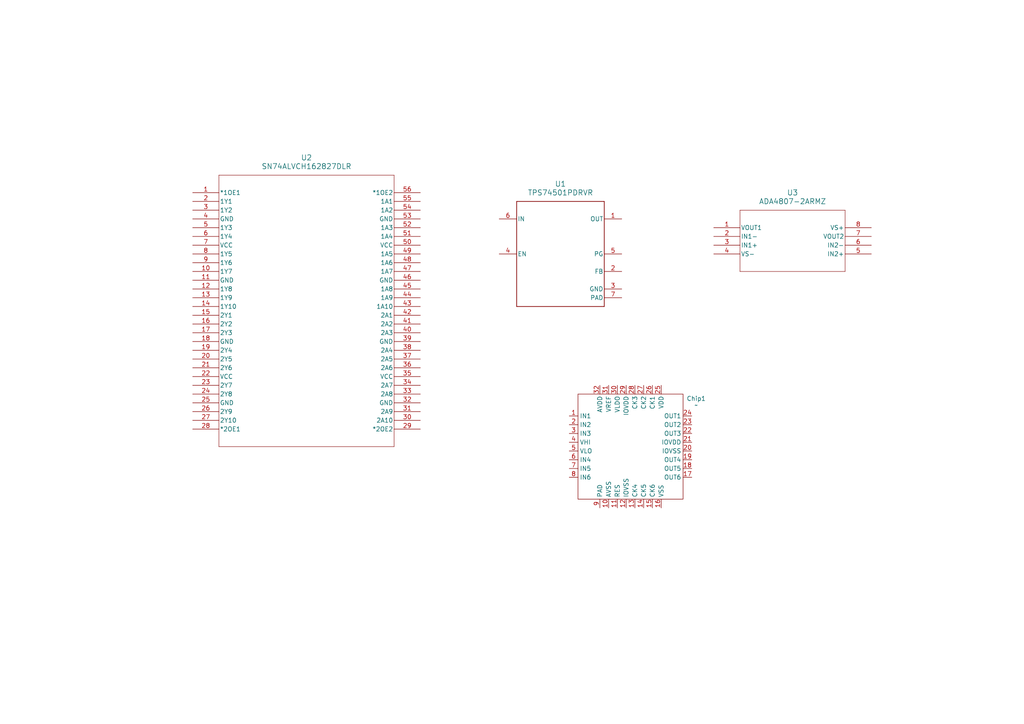
<source format=kicad_sch>
(kicad_sch (version 20231120) (generator "eeschema") (generator_version "8.0")
  (paper "A4")
  (lib_symbols
    (symbol "74ALVCH162827DLR:SN74ALVCH162827DLR" (pin_names (offset 0.254))
      (property "Reference" "U" (at 33.02 10.16 0))
      (property "Value" "SN74ALVCH162827DLR" (at 33.02 7.62 0))
      (symbol "SN74ALVCH162827DLR_0_1"
        (polyline (pts (xy 7.62 -73.66) (xy 58.42 -73.66)) (stroke (width 0.127)))
        (polyline (pts (xy 7.62 5.08) (xy 7.62 -73.66)) (stroke (width 0.127)))
        (polyline (pts (xy 58.42 -73.66) (xy 58.42 5.08)) (stroke (width 0.127)))
        (polyline (pts (xy 58.42 5.08) (xy 7.62 5.08)) (stroke (width 0.127)))
        (pin input line (at 0 0 0) (length 7.62) (name "*1OE1") (number "1"))
        (pin output line (at 0 -22.86 0) (length 7.62) (name "1Y7") (number "10"))
        (pin power_in line (at 0 -25.4 0) (length 7.62) (name "GND") (number "11"))
        (pin output line (at 0 -27.94 0) (length 7.62) (name "1Y8") (number "12"))
        (pin output line (at 0 -30.48 0) (length 7.62) (name "1Y9") (number "13"))
        (pin output line (at 0 -33.02 0) (length 7.62) (name "1Y10") (number "14"))
        (pin output line (at 0 -35.56 0) (length 7.62) (name "2Y1") (number "15"))
        (pin output line (at 0 -38.1 0) (length 7.62) (name "2Y2") (number "16"))
        (pin output line (at 0 -40.64 0) (length 7.62) (name "2Y3") (number "17"))
        (pin power_in line (at 0 -43.18 0) (length 7.62) (name "GND") (number "18"))
        (pin output line (at 0 -45.72 0) (length 7.62) (name "2Y4") (number "19"))
        (pin output line (at 0 -2.54 0) (length 7.62) (name "1Y1") (number "2"))
        (pin output line (at 0 -48.26 0) (length 7.62) (name "2Y5") (number "20"))
        (pin output line (at 0 -50.8 0) (length 7.62) (name "2Y6") (number "21"))
        (pin power_in line (at 0 -53.34 0) (length 7.62) (name "VCC") (number "22"))
        (pin output line (at 0 -55.88 0) (length 7.62) (name "2Y7") (number "23"))
        (pin output line (at 0 -58.42 0) (length 7.62) (name "2Y8") (number "24"))
        (pin power_in line (at 0 -60.96 0) (length 7.62) (name "GND") (number "25"))
        (pin output line (at 0 -63.5 0) (length 7.62) (name "2Y9") (number "26"))
        (pin output line (at 0 -66.04 0) (length 7.62) (name "2Y10") (number "27"))
        (pin input line (at 0 -68.58 0) (length 7.62) (name "*2OE1") (number "28"))
        (pin input line (at 66.04 -68.58 180) (length 7.62) (name "*2OE2") (number "29"))
        (pin output line (at 0 -5.08 0) (length 7.62) (name "1Y2") (number "3"))
        (pin input line (at 66.04 -66.04 180) (length 7.62) (name "2A10") (number "30"))
        (pin input line (at 66.04 -63.5 180) (length 7.62) (name "2A9") (number "31"))
        (pin power_in line (at 66.04 -60.96 180) (length 7.62) (name "GND") (number "32"))
        (pin input line (at 66.04 -58.42 180) (length 7.62) (name "2A8") (number "33"))
        (pin input line (at 66.04 -55.88 180) (length 7.62) (name "2A7") (number "34"))
        (pin power_in line (at 66.04 -53.34 180) (length 7.62) (name "VCC") (number "35"))
        (pin input line (at 66.04 -50.8 180) (length 7.62) (name "2A6") (number "36"))
        (pin input line (at 66.04 -48.26 180) (length 7.62) (name "2A5") (number "37"))
        (pin input line (at 66.04 -45.72 180) (length 7.62) (name "2A4") (number "38"))
        (pin power_in line (at 66.04 -43.18 180) (length 7.62) (name "GND") (number "39"))
        (pin power_in line (at 0 -7.62 0) (length 7.62) (name "GND") (number "4"))
        (pin input line (at 66.04 -40.64 180) (length 7.62) (name "2A3") (number "40"))
        (pin input line (at 66.04 -38.1 180) (length 7.62) (name "2A2") (number "41"))
        (pin input line (at 66.04 -35.56 180) (length 7.62) (name "2A1") (number "42"))
        (pin input line (at 66.04 -33.02 180) (length 7.62) (name "1A10") (number "43"))
        (pin input line (at 66.04 -30.48 180) (length 7.62) (name "1A9") (number "44"))
        (pin input line (at 66.04 -27.94 180) (length 7.62) (name "1A8") (number "45"))
        (pin power_in line (at 66.04 -25.4 180) (length 7.62) (name "GND") (number "46"))
        (pin input line (at 66.04 -22.86 180) (length 7.62) (name "1A7") (number "47"))
        (pin input line (at 66.04 -20.32 180) (length 7.62) (name "1A6") (number "48"))
        (pin input line (at 66.04 -17.78 180) (length 7.62) (name "1A5") (number "49"))
        (pin output line (at 0 -10.16 0) (length 7.62) (name "1Y3") (number "5"))
        (pin power_in line (at 66.04 -15.24 180) (length 7.62) (name "VCC") (number "50"))
        (pin input line (at 66.04 -12.7 180) (length 7.62) (name "1A4") (number "51"))
        (pin input line (at 66.04 -10.16 180) (length 7.62) (name "1A3") (number "52"))
        (pin power_in line (at 66.04 -7.62 180) (length 7.62) (name "GND") (number "53"))
        (pin input line (at 66.04 -5.08 180) (length 7.62) (name "1A2") (number "54"))
        (pin input line (at 66.04 -2.54 180) (length 7.62) (name "1A1") (number "55"))
        (pin input line (at 66.04 0 180) (length 7.62) (name "*1OE2") (number "56"))
        (pin output line (at 0 -12.7 0) (length 7.62) (name "1Y4") (number "6"))
        (pin power_in line (at 0 -15.24 0) (length 7.62) (name "VCC") (number "7"))
        (pin output line (at 0 -17.78 0) (length 7.62) (name "1Y5") (number "8"))
        (pin output line (at 0 -20.32 0) (length 7.62) (name "1Y6") (number "9"))
      )
    )
    (symbol "ADA4807-2ARMZ:ADA4807-2ARMZ" (pin_names (offset 0.254))
      (property "Reference" "U" (at 22.86 10.16 0))
      (property "Value" "ADA4807-2ARMZ" (at 22.86 7.62 0))
      (symbol "ADA4807-2ARMZ_0_1"
        (polyline (pts (xy 7.62 -12.7) (xy 38.1 -12.7)) (stroke (width 0.127)))
        (polyline (pts (xy 7.62 5.08) (xy 7.62 -12.7)) (stroke (width 0.127)))
        (polyline (pts (xy 38.1 -12.7) (xy 38.1 5.08)) (stroke (width 0.127)))
        (polyline (pts (xy 38.1 5.08) (xy 7.62 5.08)) (stroke (width 0.127)))
        (pin output line (at 0 0 0) (length 7.62) (name "VOUT1") (number "1"))
        (pin input line (at 0 -2.54 0) (length 7.62) (name "IN1-") (number "2"))
        (pin input line (at 0 -5.08 0) (length 7.62) (name "IN1+") (number "3"))
        (pin power_in line (at 0 -7.62 0) (length 7.62) (name "VS-") (number "4"))
        (pin input line (at 45.72 -7.62 180) (length 7.62) (name "IN2+") (number "5"))
        (pin input line (at 45.72 -5.08 180) (length 7.62) (name "IN2-") (number "6"))
        (pin output line (at 45.72 -2.54 180) (length 7.62) (name "VOUT2") (number "7"))
        (pin power_in line (at 45.72 0 180) (length 7.62) (name "VS+") (number "8"))
      )
    )
    (symbol "Chip:Chip"
      (property "Reference" "Chip" (at 0 0 0))
      (symbol "Chip_0_1"
        (rectangle (start -15.24 15.24) (end 15.24 -15.24))
      )
      (symbol "Chip_1_1"
        (pin input line (at -17.78 8.89 0) (length 2.54) (name "IN1") (number "1"))
        (pin input line (at -6.35 -17.78 90) (length 2.54) (name "AVSS") (number "10"))
        (pin input line (at -3.81 -17.78 90) (length 2.54) (name "RES") (number "11"))
        (pin input line (at -1.27 -17.78 90) (length 2.54) (name "IOVSS") (number "12"))
        (pin input line (at 1.27 -17.78 90) (length 2.54) (name "CK4") (number "13"))
        (pin input line (at 3.81 -17.78 90) (length 2.54) (name "CK5") (number "14"))
        (pin input line (at 6.35 -17.78 90) (length 2.54) (name "CK6") (number "15"))
        (pin input line (at 8.89 -17.78 90) (length 2.54) (name "VSS") (number "16"))
        (pin output line (at 17.78 -8.89 180) (length 2.54) (name "OUT6") (number "17"))
        (pin output line (at 17.78 -6.35 180) (length 2.54) (name "OUT5") (number "18"))
        (pin output line (at 17.78 -3.81 180) (length 2.54) (name "OUT4") (number "19"))
        (pin input line (at -17.78 6.35 0) (length 2.54) (name "IN2") (number "2"))
        (pin input line (at 17.78 -1.27 180) (length 2.54) (name "IOVSS") (number "20"))
        (pin input line (at 17.78 1.27 180) (length 2.54) (name "IOVDD") (number "21"))
        (pin output line (at 17.78 3.81 180) (length 2.54) (name "OUT3") (number "22"))
        (pin output line (at 17.78 6.35 180) (length 2.54) (name "OUT2") (number "23"))
        (pin output line (at 17.78 8.89 180) (length 2.54) (name "OUT1") (number "24"))
        (pin input line (at 8.89 17.78 270) (length 2.54) (name "VDD") (number "25"))
        (pin input line (at 6.35 17.78 270) (length 2.54) (name "CK1") (number "26"))
        (pin input line (at 3.81 17.78 270) (length 2.54) (name "CK2") (number "27"))
        (pin input line (at 1.27 17.78 270) (length 2.54) (name "CK3") (number "28"))
        (pin input line (at -1.27 17.78 270) (length 2.54) (name "IOVDD") (number "29"))
        (pin input line (at -17.78 3.81 0) (length 2.54) (name "IN3") (number "3"))
        (pin output line (at -3.81 17.78 270) (length 2.54) (name "VLDO") (number "30"))
        (pin input line (at -6.35 17.78 270) (length 2.54) (name "VREF") (number "31"))
        (pin input line (at -8.89 17.78 270) (length 2.54) (name "AVDD") (number "32"))
        (pin input line (at -17.78 1.27 0) (length 2.54) (name "VHI") (number "4"))
        (pin input line (at -17.78 -1.27 0) (length 2.54) (name "VLO") (number "5"))
        (pin input line (at -17.78 -3.81 0) (length 2.54) (name "IN4") (number "6"))
        (pin input line (at -17.78 -6.35 0) (length 2.54) (name "IN5") (number "7"))
        (pin input line (at -17.78 -8.89 0) (length 2.54) (name "IN6") (number "8"))
        (pin unspecified line (at -8.89 -17.78 90) (length 2.54) (name "PAD") (number "9"))
      )
    )
    (symbol "TPS74501PDRVR:TPS74501PDRVR" (pin_names (offset 0.254))
      (property "Reference" "U" (at 0 2.54 0))
      (property "Value" "TPS74501PDRVR" (at 0 0 0))
      (symbol "TPS74501PDRVR_0_1"
        (polyline (pts (xy -12.7 -15.24) (xy 12.7 -15.24)) (stroke (width 0.2032)))
        (polyline (pts (xy -12.7 15.24) (xy -12.7 -15.24)) (stroke (width 0.2032)))
        (polyline (pts (xy 12.7 -15.24) (xy 12.7 15.24)) (stroke (width 0.2032)))
        (polyline (pts (xy 12.7 15.24) (xy -12.7 15.24)) (stroke (width 0.2032)))
        (pin power_in line (at 17.78 10.16 180) (length 5.08) (name "OUT") (number "1"))
        (pin input line (at 17.78 -5.08 180) (length 5.08) (name "FB") (number "2"))
        (pin power_in line (at 17.78 -10.16 180) (length 5.08) (name "GND") (number "3"))
        (pin input line (at -17.78 0 0) (length 5.08) (name "EN") (number "4"))
        (pin open_collector line (at 17.78 0 180) (length 5.08) (name "PG") (number "5"))
        (pin power_in line (at -17.78 10.16 0) (length 5.08) (name "IN") (number "6"))
        (pin power_in line (at 17.78 -12.7 180) (length 5.08) (name "PAD") (number "7"))
      )
    )
  )
  (symbol (lib_id "74ALVCH162827DLR:SN74ALVCH162827DLR") (at 55.88 55.88 0) (unit 1)
    (property "Reference" "U2" (at 88.9 45.72 0) (effects (font (size 1.524 1.524))))
    (property "Value" "SN74ALVCH162827DLR" (at 88.9 48.26 0) (effects (font (size 1.524 1.524))))
    (property "Footprint" "SN74ALVCH162827DLR:DL56" (effects (hide yes)))
    (property "Datasheet" "SN74ALVCH162827DLR" (effects (hide yes)))
  )
  (symbol (lib_id "TPS74501PDRVR:TPS74501PDRVR") (at 162.56 73.66 0) (unit 1)
    (property "Reference" "U1" (at 162.56 53.34 0) (effects (font (size 1.524 1.524))))
    (property "Value" "TPS74501PDRVR" (at 162.56 55.88 0) (effects (font (size 1.524 1.524))))
    (property "Footprint" "TPS74501PDRVR:DRV0006A" (effects (hide yes)))
    (property "Datasheet" "TPS74501PDRVR" (effects (hide yes)))
  )
  (symbol (lib_id "ADA4807-2ARMZ:ADA4807-2ARMZ") (at 207.01 66.04 0) (unit 1)
    (property "Reference" "U3" (at 229.87 55.88 0) (effects (font (size 1.524 1.524))))
    (property "Value" "ADA4807-2ARMZ" (at 229.87 58.42 0) (effects (font (size 1.524 1.524))))
    (property "Footprint" "ADA4807-2ARMZ:RM-8_ADI" (effects (hide yes)))
    (property "Datasheet" "ADA4807-2ARMZ" (effects (hide yes)))
  )
  (symbol (lib_id "Chip:Chip") (at 182.88 129.54 0) (unit 1)
    (property "Reference" "Chip1" (at 201.93 115.6014 0))
    (property "Value" "~" (at 201.93 117.5065 0))
  )
)
</source>
